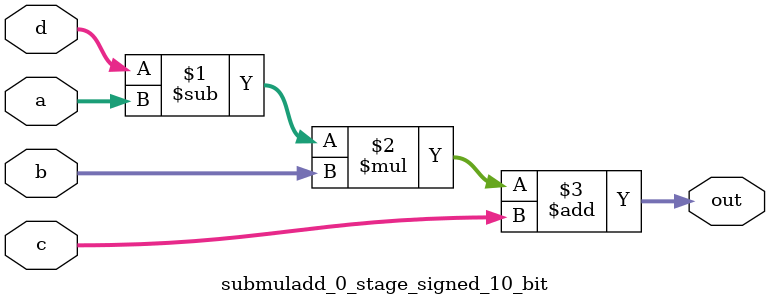
<source format=sv>
(* use_dsp = "yes" *) module submuladd_0_stage_signed_10_bit(
	input signed [9:0] a,
	input signed [9:0] b,
	input signed [9:0] c,
	input signed [9:0] d,
	output [9:0] out
	);

	assign out = ((d - a) * b) + c;
endmodule

</source>
